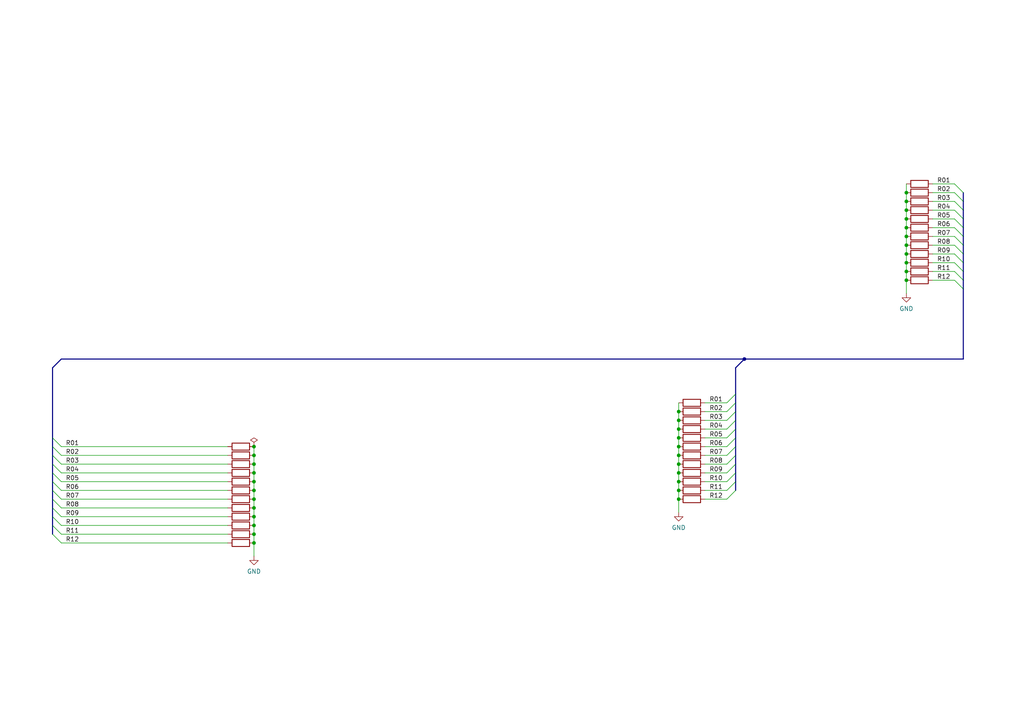
<source format=kicad_sch>
(kicad_sch (version 20211123) (generator eeschema)

  (uuid ed388e4b-1d21-40bd-98aa-1f03596c13b3)

  (paper "A4")

  (title_block
    (title "Solarabschaltung")
    (date "2022-05-01")
    (rev "Vers. B")
    (company "HFlor")
  )

  (lib_symbols
    (symbol "Device:R" (pin_numbers hide) (pin_names (offset 0)) (in_bom yes) (on_board yes)
      (property "Reference" "R" (id 0) (at 2.032 0 90)
        (effects (font (size 1.27 1.27)))
      )
      (property "Value" "R" (id 1) (at 0 0 90)
        (effects (font (size 1.27 1.27)))
      )
      (property "Footprint" "" (id 2) (at -1.778 0 90)
        (effects (font (size 1.27 1.27)) hide)
      )
      (property "Datasheet" "~" (id 3) (at 0 0 0)
        (effects (font (size 1.27 1.27)) hide)
      )
      (property "ki_keywords" "R res resistor" (id 4) (at 0 0 0)
        (effects (font (size 1.27 1.27)) hide)
      )
      (property "ki_description" "Resistor" (id 5) (at 0 0 0)
        (effects (font (size 1.27 1.27)) hide)
      )
      (property "ki_fp_filters" "R_*" (id 6) (at 0 0 0)
        (effects (font (size 1.27 1.27)) hide)
      )
      (symbol "R_0_1"
        (rectangle (start -1.016 -2.54) (end 1.016 2.54)
          (stroke (width 0.254) (type default) (color 0 0 0 0))
          (fill (type none))
        )
      )
      (symbol "R_1_1"
        (pin passive line (at 0 3.81 270) (length 1.27)
          (name "~" (effects (font (size 1.27 1.27))))
          (number "1" (effects (font (size 1.27 1.27))))
        )
        (pin passive line (at 0 -3.81 90) (length 1.27)
          (name "~" (effects (font (size 1.27 1.27))))
          (number "2" (effects (font (size 1.27 1.27))))
        )
      )
    )
    (symbol "power:GND" (power) (pin_names (offset 0)) (in_bom yes) (on_board yes)
      (property "Reference" "#PWR" (id 0) (at 0 -6.35 0)
        (effects (font (size 1.27 1.27)) hide)
      )
      (property "Value" "GND" (id 1) (at 0 -3.81 0)
        (effects (font (size 1.27 1.27)))
      )
      (property "Footprint" "" (id 2) (at 0 0 0)
        (effects (font (size 1.27 1.27)) hide)
      )
      (property "Datasheet" "" (id 3) (at 0 0 0)
        (effects (font (size 1.27 1.27)) hide)
      )
      (property "ki_keywords" "power-flag" (id 4) (at 0 0 0)
        (effects (font (size 1.27 1.27)) hide)
      )
      (property "ki_description" "Power symbol creates a global label with name \"GND\" , ground" (id 5) (at 0 0 0)
        (effects (font (size 1.27 1.27)) hide)
      )
      (symbol "GND_0_1"
        (polyline
          (pts
            (xy 0 0)
            (xy 0 -1.27)
            (xy 1.27 -1.27)
            (xy 0 -2.54)
            (xy -1.27 -1.27)
            (xy 0 -1.27)
          )
          (stroke (width 0) (type default) (color 0 0 0 0))
          (fill (type none))
        )
      )
      (symbol "GND_1_1"
        (pin power_in line (at 0 0 270) (length 0) hide
          (name "GND" (effects (font (size 1.27 1.27))))
          (number "1" (effects (font (size 1.27 1.27))))
        )
      )
    )
    (symbol "power:PWR_FLAG" (power) (pin_numbers hide) (pin_names (offset 0) hide) (in_bom yes) (on_board yes)
      (property "Reference" "#FLG" (id 0) (at 0 1.905 0)
        (effects (font (size 1.27 1.27)) hide)
      )
      (property "Value" "PWR_FLAG" (id 1) (at 0 3.81 0)
        (effects (font (size 1.27 1.27)))
      )
      (property "Footprint" "" (id 2) (at 0 0 0)
        (effects (font (size 1.27 1.27)) hide)
      )
      (property "Datasheet" "~" (id 3) (at 0 0 0)
        (effects (font (size 1.27 1.27)) hide)
      )
      (property "ki_keywords" "power-flag" (id 4) (at 0 0 0)
        (effects (font (size 1.27 1.27)) hide)
      )
      (property "ki_description" "Special symbol for telling ERC where power comes from" (id 5) (at 0 0 0)
        (effects (font (size 1.27 1.27)) hide)
      )
      (symbol "PWR_FLAG_0_0"
        (pin power_out line (at 0 0 90) (length 0)
          (name "pwr" (effects (font (size 1.27 1.27))))
          (number "1" (effects (font (size 1.27 1.27))))
        )
      )
      (symbol "PWR_FLAG_0_1"
        (polyline
          (pts
            (xy 0 0)
            (xy 0 1.27)
            (xy -1.016 1.905)
            (xy 0 2.54)
            (xy 1.016 1.905)
            (xy 0 1.27)
          )
          (stroke (width 0) (type default) (color 0 0 0 0))
          (fill (type none))
        )
      )
    )
  )


  (junction (at 73.66 149.86) (diameter 0) (color 0 0 0 0)
    (uuid 19293fa1-4443-4bda-8080-c99e9a7e9d67)
  )
  (junction (at 73.66 134.62) (diameter 0) (color 0 0 0 0)
    (uuid 21431475-0b33-436f-a65c-f11642ef7728)
  )
  (junction (at 196.85 144.78) (diameter 0) (color 0 0 0 0)
    (uuid 35f28f8a-3811-4004-beba-85579f3528ed)
  )
  (junction (at 196.85 132.08) (diameter 0) (color 0 0 0 0)
    (uuid 4379c9c2-67b1-4819-a9bc-51fef1ca9b6f)
  )
  (junction (at 73.66 142.24) (diameter 0) (color 0 0 0 0)
    (uuid 48a7b53a-0c87-4a15-841f-afdd278fbad7)
  )
  (junction (at 262.89 78.74) (diameter 0) (color 0 0 0 0)
    (uuid 4a9afd95-d9b9-47f1-ba35-4946f84c6ec6)
  )
  (junction (at 262.89 73.66) (diameter 0) (color 0 0 0 0)
    (uuid 4c13acb2-6ef3-4459-a69e-33d40b022178)
  )
  (junction (at 196.85 127) (diameter 0) (color 0 0 0 0)
    (uuid 5379f323-97ff-4b47-bc50-d75f292164e9)
  )
  (junction (at 73.66 152.4) (diameter 0) (color 0 0 0 0)
    (uuid 54e46e56-abe0-4082-ba5e-c874b0e96ee0)
  )
  (junction (at 262.89 60.96) (diameter 0) (color 0 0 0 0)
    (uuid 567ebd99-e100-422b-960f-ca7783475deb)
  )
  (junction (at 73.66 139.7) (diameter 0) (color 0 0 0 0)
    (uuid 597d743e-e553-4437-814f-df2a4caf4f0e)
  )
  (junction (at 73.66 157.48) (diameter 0) (color 0 0 0 0)
    (uuid 5afee176-e96a-4b89-b2d5-fd9b0e163fa6)
  )
  (junction (at 73.66 154.94) (diameter 0) (color 0 0 0 0)
    (uuid 6029ab36-d00e-43c3-9adf-3dff2970425b)
  )
  (junction (at 262.89 76.2) (diameter 0) (color 0 0 0 0)
    (uuid 63d007cc-7413-495d-9f1c-b0fbc59b86fa)
  )
  (junction (at 73.66 147.32) (diameter 0) (color 0 0 0 0)
    (uuid 6badc80d-d7ad-4eda-ab44-09f1d0c9948d)
  )
  (junction (at 262.89 63.5) (diameter 0) (color 0 0 0 0)
    (uuid 6ddbc07c-03cb-4ba5-b4f1-7f57510e7090)
  )
  (junction (at 196.85 124.46) (diameter 0) (color 0 0 0 0)
    (uuid 6ec9da26-0ede-4333-b6f9-1612e95c75ec)
  )
  (junction (at 262.89 71.12) (diameter 0) (color 0 0 0 0)
    (uuid 72a1bf87-c72f-4ed7-904e-9d7e2413af5a)
  )
  (junction (at 73.66 144.78) (diameter 0) (color 0 0 0 0)
    (uuid 7c43f441-131a-4f49-ace1-5dc36bb9b53d)
  )
  (junction (at 196.85 142.24) (diameter 0) (color 0 0 0 0)
    (uuid 9b8eb7e3-a54f-41fe-b1c7-08ca0ccc15c6)
  )
  (junction (at 262.89 68.58) (diameter 0) (color 0 0 0 0)
    (uuid aa2e43e3-3344-4a77-8156-4597e550f725)
  )
  (junction (at 196.85 119.38) (diameter 0) (color 0 0 0 0)
    (uuid abaf2090-74b3-43da-9bcd-cccd0a46e3dc)
  )
  (junction (at 196.85 121.92) (diameter 0) (color 0 0 0 0)
    (uuid ac02bff1-c9cc-4aa8-8906-838141d70748)
  )
  (junction (at 73.66 137.16) (diameter 0) (color 0 0 0 0)
    (uuid b2e7e4a3-f61b-4cf4-b2a1-ff4c08d959b0)
  )
  (junction (at 262.89 81.28) (diameter 0) (color 0 0 0 0)
    (uuid b4967e03-fb1e-4779-8140-9707d2d858d3)
  )
  (junction (at 262.89 58.42) (diameter 0) (color 0 0 0 0)
    (uuid bde1363d-d8ac-49d1-bc2c-9045da008327)
  )
  (junction (at 196.85 134.62) (diameter 0) (color 0 0 0 0)
    (uuid c219266a-cd67-4ae0-9391-70ec111cdb64)
  )
  (junction (at 262.89 55.88) (diameter 0) (color 0 0 0 0)
    (uuid c5a085bf-63ac-4ca0-9790-d13edfd0e309)
  )
  (junction (at 73.66 132.08) (diameter 0) (color 0 0 0 0)
    (uuid ca4dbdf1-75ad-4d79-ae0c-6ab24d31a763)
  )
  (junction (at 215.9 104.14) (diameter 0) (color 0 0 0 0)
    (uuid cab59279-3007-42ec-baaf-af12559d7a85)
  )
  (junction (at 262.89 66.04) (diameter 0) (color 0 0 0 0)
    (uuid d11334cc-be44-4779-befe-8dcb5f03d3df)
  )
  (junction (at 196.85 137.16) (diameter 0) (color 0 0 0 0)
    (uuid d628d4dc-ba56-4f73-a504-a7b19b863c35)
  )
  (junction (at 73.66 129.54) (diameter 0) (color 0 0 0 0)
    (uuid ed276f30-1079-472a-8d42-13fe0f98a774)
  )
  (junction (at 196.85 129.54) (diameter 0) (color 0 0 0 0)
    (uuid f2a8106f-070a-4e51-ac55-e1be7be2fd69)
  )
  (junction (at 196.85 139.7) (diameter 0) (color 0 0 0 0)
    (uuid fcf07be7-ad5b-4f85-9818-5b7710bdc7f3)
  )

  (bus_entry (at 276.86 68.58) (size 2.54 2.54)
    (stroke (width 0) (type default) (color 0 0 0 0))
    (uuid 097e128b-10e3-4cdd-9603-a4f5192ef8a9)
  )
  (bus_entry (at 210.82 129.54) (size 2.54 -2.54)
    (stroke (width 0) (type default) (color 0 0 0 0))
    (uuid 0b99c3d1-e3b4-4494-b810-fabc896c17f0)
  )
  (bus_entry (at 276.86 71.12) (size 2.54 2.54)
    (stroke (width 0) (type default) (color 0 0 0 0))
    (uuid 105bb698-946d-4072-acba-9730fd32e4a1)
  )
  (bus_entry (at 276.86 66.04) (size 2.54 2.54)
    (stroke (width 0) (type default) (color 0 0 0 0))
    (uuid 11c3b3f5-3bc3-4367-a2a5-62e370721828)
  )
  (bus_entry (at 210.82 124.46) (size 2.54 -2.54)
    (stroke (width 0) (type default) (color 0 0 0 0))
    (uuid 1e3ee259-8c8d-4647-99bd-3eee51cd5e41)
  )
  (bus_entry (at 276.86 76.2) (size 2.54 2.54)
    (stroke (width 0) (type default) (color 0 0 0 0))
    (uuid 2380cddb-309c-48f3-8a88-f918a47d17d5)
  )
  (bus_entry (at 276.86 73.66) (size 2.54 2.54)
    (stroke (width 0) (type default) (color 0 0 0 0))
    (uuid 287cb1f2-9126-4d16-a322-83e40523278a)
  )
  (bus_entry (at 17.78 147.32) (size -2.54 -2.54)
    (stroke (width 0) (type default) (color 0 0 0 0))
    (uuid 3116383a-52e1-4a19-a286-234b20eef5a7)
  )
  (bus_entry (at 17.78 129.54) (size -2.54 -2.54)
    (stroke (width 0) (type default) (color 0 0 0 0))
    (uuid 33d535d3-e30e-4a51-82d1-da367bf1cc9a)
  )
  (bus_entry (at 17.78 142.24) (size -2.54 -2.54)
    (stroke (width 0) (type default) (color 0 0 0 0))
    (uuid 36dd1562-2a8c-4581-9442-a18cf92ea916)
  )
  (bus_entry (at 276.86 81.28) (size 2.54 2.54)
    (stroke (width 0) (type default) (color 0 0 0 0))
    (uuid 37bb24ce-9cdc-428f-bb14-95768c4f1ddd)
  )
  (bus_entry (at 276.86 60.96) (size 2.54 2.54)
    (stroke (width 0) (type default) (color 0 0 0 0))
    (uuid 3d3a2f66-d4c6-49e6-8ed1-2f1daae71490)
  )
  (bus_entry (at 17.78 152.4) (size -2.54 -2.54)
    (stroke (width 0) (type default) (color 0 0 0 0))
    (uuid 3fa98725-e369-456f-b50f-cb506ce08ca4)
  )
  (bus_entry (at 210.82 116.84) (size 2.54 -2.54)
    (stroke (width 0) (type default) (color 0 0 0 0))
    (uuid 54c290f1-f466-4fa9-8708-0481c3200a0b)
  )
  (bus_entry (at 210.82 142.24) (size 2.54 -2.54)
    (stroke (width 0) (type default) (color 0 0 0 0))
    (uuid 57506c84-aa66-4cd1-8d2a-68dab80b71e6)
  )
  (bus_entry (at 210.82 127) (size 2.54 -2.54)
    (stroke (width 0) (type default) (color 0 0 0 0))
    (uuid 5c007d24-e901-4695-82d0-5c14113683a3)
  )
  (bus_entry (at 17.78 157.48) (size -2.54 -2.54)
    (stroke (width 0) (type default) (color 0 0 0 0))
    (uuid 65786246-7fb2-43e5-bd07-8dc06948cf3d)
  )
  (bus_entry (at 276.86 78.74) (size 2.54 2.54)
    (stroke (width 0) (type default) (color 0 0 0 0))
    (uuid 6ec891dd-7fbf-45be-a894-bf01222d4a7f)
  )
  (bus_entry (at 276.86 53.34) (size 2.54 2.54)
    (stroke (width 0) (type default) (color 0 0 0 0))
    (uuid 75cc7e9a-7291-4f48-a54d-10cdbb01892b)
  )
  (bus_entry (at 17.78 144.78) (size -2.54 -2.54)
    (stroke (width 0) (type default) (color 0 0 0 0))
    (uuid 79766b66-ebf3-4d3d-9e97-48fea89cdcc3)
  )
  (bus_entry (at 276.86 58.42) (size 2.54 2.54)
    (stroke (width 0) (type default) (color 0 0 0 0))
    (uuid 7dc5da94-3843-4a66-a03d-4a99a98b7b09)
  )
  (bus_entry (at 210.82 119.38) (size 2.54 -2.54)
    (stroke (width 0) (type default) (color 0 0 0 0))
    (uuid 8323e7d5-f6bf-4d02-936f-157f51c5c8dd)
  )
  (bus_entry (at 210.82 144.78) (size 2.54 -2.54)
    (stroke (width 0) (type default) (color 0 0 0 0))
    (uuid 83b81e5f-9c27-4731-bcb2-7f08d63d87ac)
  )
  (bus_entry (at 17.78 137.16) (size -2.54 -2.54)
    (stroke (width 0) (type default) (color 0 0 0 0))
    (uuid 88400856-89cb-4470-9759-67bfc83c620b)
  )
  (bus_entry (at 210.82 121.92) (size 2.54 -2.54)
    (stroke (width 0) (type default) (color 0 0 0 0))
    (uuid 8d02c036-63de-4d48-9d49-cbd7410c265a)
  )
  (bus_entry (at 17.78 139.7) (size -2.54 -2.54)
    (stroke (width 0) (type default) (color 0 0 0 0))
    (uuid 992010a4-ccad-438d-9c3b-4aab9a75e259)
  )
  (bus_entry (at 17.78 149.86) (size -2.54 -2.54)
    (stroke (width 0) (type default) (color 0 0 0 0))
    (uuid 9d827380-2892-4bf1-8009-d7e5d4fdf8d1)
  )
  (bus_entry (at 210.82 132.08) (size 2.54 -2.54)
    (stroke (width 0) (type default) (color 0 0 0 0))
    (uuid ad514cc8-df7a-42e9-a5d5-5edb2cecf0df)
  )
  (bus_entry (at 17.78 154.94) (size -2.54 -2.54)
    (stroke (width 0) (type default) (color 0 0 0 0))
    (uuid b19ef168-1e8f-4683-997d-3d62a37e6396)
  )
  (bus_entry (at 210.82 137.16) (size 2.54 -2.54)
    (stroke (width 0) (type default) (color 0 0 0 0))
    (uuid b36cc623-d6fb-41f2-9f55-bcda24bba7d9)
  )
  (bus_entry (at 17.78 132.08) (size -2.54 -2.54)
    (stroke (width 0) (type default) (color 0 0 0 0))
    (uuid bc155673-be75-404e-817b-d6dc1a3b28c2)
  )
  (bus_entry (at 276.86 55.88) (size 2.54 2.54)
    (stroke (width 0) (type default) (color 0 0 0 0))
    (uuid c956261f-fd25-498c-a1e7-28496e3ad9f7)
  )
  (bus_entry (at 210.82 139.7) (size 2.54 -2.54)
    (stroke (width 0) (type default) (color 0 0 0 0))
    (uuid cdbe1501-fa3e-4bb3-8fce-a0d84eb3698a)
  )
  (bus_entry (at 276.86 63.5) (size 2.54 2.54)
    (stroke (width 0) (type default) (color 0 0 0 0))
    (uuid d5a8f8b1-9f98-46d8-b5f3-08cb5fc86d97)
  )
  (bus_entry (at 210.82 134.62) (size 2.54 -2.54)
    (stroke (width 0) (type default) (color 0 0 0 0))
    (uuid f450af0e-bdf5-4930-8015-52a50da6fe6d)
  )
  (bus_entry (at 17.78 134.62) (size -2.54 -2.54)
    (stroke (width 0) (type default) (color 0 0 0 0))
    (uuid fed2adc9-e3c4-46b2-90d9-4cade0a88267)
  )

  (wire (pts (xy 270.51 53.34) (xy 276.86 53.34))
    (stroke (width 0) (type default) (color 0 0 0 0))
    (uuid 02e2a626-95c7-47e1-9726-23e249dde566)
  )
  (bus (pts (xy 213.36 134.62) (xy 213.36 137.16))
    (stroke (width 0) (type default) (color 0 0 0 0))
    (uuid 04f35e81-00ee-4d00-957e-de6421011252)
  )

  (wire (pts (xy 262.89 53.34) (xy 262.89 55.88))
    (stroke (width 0) (type default) (color 0 0 0 0))
    (uuid 06ce92f0-c0bf-4274-b1ca-4d4d31fdec3b)
  )
  (wire (pts (xy 204.47 134.62) (xy 210.82 134.62))
    (stroke (width 0) (type default) (color 0 0 0 0))
    (uuid 07fe9f72-95c2-430e-a29f-208c26f3c728)
  )
  (wire (pts (xy 270.51 55.88) (xy 276.86 55.88))
    (stroke (width 0) (type default) (color 0 0 0 0))
    (uuid 0a96c86a-0f7c-43e6-b185-3f42d0b77e26)
  )
  (wire (pts (xy 262.89 68.58) (xy 262.89 71.12))
    (stroke (width 0) (type default) (color 0 0 0 0))
    (uuid 0b5129db-7f3d-4db0-b28d-b6bf72011d69)
  )
  (bus (pts (xy 213.36 129.54) (xy 213.36 132.08))
    (stroke (width 0) (type default) (color 0 0 0 0))
    (uuid 0c1fcdb9-948e-4753-99bb-085d95dfc68a)
  )

  (wire (pts (xy 270.51 68.58) (xy 276.86 68.58))
    (stroke (width 0) (type default) (color 0 0 0 0))
    (uuid 0ce6515b-23ad-4bc5-b4cd-d5c73543dac7)
  )
  (wire (pts (xy 196.85 132.08) (xy 196.85 134.62))
    (stroke (width 0) (type default) (color 0 0 0 0))
    (uuid 0f6dbbc4-8c9b-495a-a184-02054e8f2950)
  )
  (bus (pts (xy 279.4 68.58) (xy 279.4 71.12))
    (stroke (width 0) (type default) (color 0 0 0 0))
    (uuid 1098be91-7cb9-4608-8e42-44cf0e6653ad)
  )
  (bus (pts (xy 15.24 106.68) (xy 15.24 127))
    (stroke (width 0) (type default) (color 0 0 0 0))
    (uuid 16061a43-64bd-48b9-baf0-a39adbf83ce7)
  )
  (bus (pts (xy 213.36 137.16) (xy 213.36 139.7))
    (stroke (width 0) (type default) (color 0 0 0 0))
    (uuid 1680c87d-3cf3-4106-90da-a6fe4d67621b)
  )

  (wire (pts (xy 204.47 116.84) (xy 210.82 116.84))
    (stroke (width 0) (type default) (color 0 0 0 0))
    (uuid 17103e8a-aba6-4f9c-85e2-7d4d201050da)
  )
  (bus (pts (xy 213.36 139.7) (xy 213.36 142.24))
    (stroke (width 0) (type default) (color 0 0 0 0))
    (uuid 176f82c4-0c10-4166-9913-61e803e94144)
  )

  (wire (pts (xy 196.85 139.7) (xy 196.85 142.24))
    (stroke (width 0) (type default) (color 0 0 0 0))
    (uuid 1a74b1f8-5da9-42eb-9c81-e50c848c6ca2)
  )
  (bus (pts (xy 279.4 81.28) (xy 279.4 83.82))
    (stroke (width 0) (type default) (color 0 0 0 0))
    (uuid 1baa67ca-a749-40f6-b806-8e39f0c08bd9)
  )
  (bus (pts (xy 279.4 71.12) (xy 279.4 73.66))
    (stroke (width 0) (type default) (color 0 0 0 0))
    (uuid 1bfe959e-98d8-4531-999f-dbe5a14fb21b)
  )
  (bus (pts (xy 279.4 58.42) (xy 279.4 60.96))
    (stroke (width 0) (type default) (color 0 0 0 0))
    (uuid 1c664290-32b2-48ca-b7fb-a72a05f0d778)
  )

  (wire (pts (xy 196.85 144.78) (xy 196.85 148.59))
    (stroke (width 0) (type default) (color 0 0 0 0))
    (uuid 20d65eb2-823b-4ac1-bd3a-1a0906d26d59)
  )
  (wire (pts (xy 204.47 127) (xy 210.82 127))
    (stroke (width 0) (type default) (color 0 0 0 0))
    (uuid 23640f07-a35c-4594-bad8-11ee5d23339f)
  )
  (wire (pts (xy 262.89 73.66) (xy 262.89 76.2))
    (stroke (width 0) (type default) (color 0 0 0 0))
    (uuid 241ec90c-fadb-4be0-bb60-0066c8e10982)
  )
  (wire (pts (xy 196.85 142.24) (xy 196.85 144.78))
    (stroke (width 0) (type default) (color 0 0 0 0))
    (uuid 2b64d895-1167-44cf-9dd9-f5832878b8d6)
  )
  (bus (pts (xy 279.4 78.74) (xy 279.4 81.28))
    (stroke (width 0) (type default) (color 0 0 0 0))
    (uuid 2f6d57d9-bbdd-4421-a7e5-c46c326cb679)
  )

  (wire (pts (xy 196.85 127) (xy 196.85 129.54))
    (stroke (width 0) (type default) (color 0 0 0 0))
    (uuid 32f01542-c827-4e40-b0ab-a8db7de729cb)
  )
  (wire (pts (xy 262.89 71.12) (xy 262.89 73.66))
    (stroke (width 0) (type default) (color 0 0 0 0))
    (uuid 3443e18a-3fa6-47ba-8b75-513a821a92e0)
  )
  (wire (pts (xy 17.78 129.54) (xy 66.04 129.54))
    (stroke (width 0) (type default) (color 0 0 0 0))
    (uuid 395912d8-0377-4c45-81cd-b04e1e8ca30a)
  )
  (wire (pts (xy 73.66 134.62) (xy 73.66 137.16))
    (stroke (width 0) (type default) (color 0 0 0 0))
    (uuid 398c573a-43f0-465c-9f49-85cc2e78fec6)
  )
  (bus (pts (xy 213.36 124.46) (xy 213.36 127))
    (stroke (width 0) (type default) (color 0 0 0 0))
    (uuid 39d1f0b9-6368-45a1-ab26-23b1e844a587)
  )
  (bus (pts (xy 15.24 152.4) (xy 15.24 154.94))
    (stroke (width 0) (type default) (color 0 0 0 0))
    (uuid 39d5733f-278f-4e62-b7a4-d12440215dc1)
  )

  (wire (pts (xy 270.51 58.42) (xy 276.86 58.42))
    (stroke (width 0) (type default) (color 0 0 0 0))
    (uuid 3e2599a5-fb52-4201-8712-8b57f666d02f)
  )
  (bus (pts (xy 15.24 144.78) (xy 15.24 147.32))
    (stroke (width 0) (type default) (color 0 0 0 0))
    (uuid 403b4380-e92c-411b-8227-2aff0a190cc0)
  )

  (wire (pts (xy 204.47 132.08) (xy 210.82 132.08))
    (stroke (width 0) (type default) (color 0 0 0 0))
    (uuid 413b9972-9483-4f93-aabc-8885e5f4f304)
  )
  (wire (pts (xy 204.47 129.54) (xy 210.82 129.54))
    (stroke (width 0) (type default) (color 0 0 0 0))
    (uuid 41af439a-6626-4a84-ae5c-0e1abfc03a0b)
  )
  (wire (pts (xy 270.51 81.28) (xy 276.86 81.28))
    (stroke (width 0) (type default) (color 0 0 0 0))
    (uuid 4374aa0c-5ed8-4851-96e1-afc48bf68717)
  )
  (wire (pts (xy 73.66 149.86) (xy 73.66 152.4))
    (stroke (width 0) (type default) (color 0 0 0 0))
    (uuid 4873edca-6dda-4d6a-9260-ae092717159d)
  )
  (wire (pts (xy 196.85 137.16) (xy 196.85 139.7))
    (stroke (width 0) (type default) (color 0 0 0 0))
    (uuid 4b2b1633-47da-40f2-832b-01a414493dc2)
  )
  (bus (pts (xy 15.24 129.54) (xy 15.24 132.08))
    (stroke (width 0) (type default) (color 0 0 0 0))
    (uuid 4cf3ddcc-4e91-4db4-b6de-1cb924b33dfa)
  )

  (wire (pts (xy 204.47 124.46) (xy 210.82 124.46))
    (stroke (width 0) (type default) (color 0 0 0 0))
    (uuid 52889b50-b7e1-4fd8-b3fd-dc732e1936c2)
  )
  (bus (pts (xy 279.4 55.88) (xy 279.4 58.42))
    (stroke (width 0) (type default) (color 0 0 0 0))
    (uuid 52efd42b-aaae-4df7-8975-ffa4e0fb82eb)
  )
  (bus (pts (xy 213.36 116.84) (xy 213.36 119.38))
    (stroke (width 0) (type default) (color 0 0 0 0))
    (uuid 53309a26-b5ec-4d31-91bf-8ea91ac0a623)
  )

  (wire (pts (xy 196.85 116.84) (xy 196.85 119.38))
    (stroke (width 0) (type default) (color 0 0 0 0))
    (uuid 53a8df05-008f-4452-a1d2-a7178aa09d20)
  )
  (wire (pts (xy 17.78 139.7) (xy 66.04 139.7))
    (stroke (width 0) (type default) (color 0 0 0 0))
    (uuid 549e58bd-cfd4-48fa-906c-dbbcbe052d09)
  )
  (wire (pts (xy 262.89 78.74) (xy 262.89 81.28))
    (stroke (width 0) (type default) (color 0 0 0 0))
    (uuid 55046ba8-b2b2-4b4c-9511-c95a3dd06a6b)
  )
  (bus (pts (xy 15.24 139.7) (xy 15.24 142.24))
    (stroke (width 0) (type default) (color 0 0 0 0))
    (uuid 575c780e-fb72-4893-b5a2-d79f918ad4a7)
  )
  (bus (pts (xy 213.36 121.92) (xy 213.36 124.46))
    (stroke (width 0) (type default) (color 0 0 0 0))
    (uuid 5afa4ae1-77b8-4879-9f3a-d3762ab0bb54)
  )
  (bus (pts (xy 213.36 127) (xy 213.36 129.54))
    (stroke (width 0) (type default) (color 0 0 0 0))
    (uuid 5e9f2a4f-a667-40ec-b189-5b5a93700c65)
  )

  (wire (pts (xy 73.66 144.78) (xy 73.66 147.32))
    (stroke (width 0) (type default) (color 0 0 0 0))
    (uuid 5f1babf9-a186-4989-b194-6abd380b38d8)
  )
  (bus (pts (xy 213.36 106.68) (xy 213.36 114.3))
    (stroke (width 0) (type default) (color 0 0 0 0))
    (uuid 601b3537-cc00-4e64-a517-95d3ecdcffaf)
  )

  (wire (pts (xy 270.51 63.5) (xy 276.86 63.5))
    (stroke (width 0) (type default) (color 0 0 0 0))
    (uuid 622ba1b5-de7a-4dcb-b5ce-a67863792c14)
  )
  (wire (pts (xy 204.47 144.78) (xy 210.82 144.78))
    (stroke (width 0) (type default) (color 0 0 0 0))
    (uuid 66b8fcbf-aa8e-437b-980c-5cdbc7271491)
  )
  (wire (pts (xy 196.85 129.54) (xy 196.85 132.08))
    (stroke (width 0) (type default) (color 0 0 0 0))
    (uuid 6e394682-3276-4ab2-ae0f-370e46e980bf)
  )
  (bus (pts (xy 213.36 114.3) (xy 213.36 116.84))
    (stroke (width 0) (type default) (color 0 0 0 0))
    (uuid 6e6753fc-1ccb-4e91-b497-57e899578cfd)
  )

  (wire (pts (xy 262.89 63.5) (xy 262.89 66.04))
    (stroke (width 0) (type default) (color 0 0 0 0))
    (uuid 72eefd55-0eb4-41a0-becb-9e8ea5ef7057)
  )
  (wire (pts (xy 204.47 121.92) (xy 210.82 121.92))
    (stroke (width 0) (type default) (color 0 0 0 0))
    (uuid 7e2febf9-578a-4bee-9970-d960bc4a3ae5)
  )
  (wire (pts (xy 270.51 66.04) (xy 276.86 66.04))
    (stroke (width 0) (type default) (color 0 0 0 0))
    (uuid 80175ca8-2f17-48a4-98b3-90bd38d6fef8)
  )
  (bus (pts (xy 15.24 137.16) (xy 15.24 139.7))
    (stroke (width 0) (type default) (color 0 0 0 0))
    (uuid 82666ece-c8fa-4f7b-a8df-0d3ec2e552aa)
  )

  (wire (pts (xy 73.66 147.32) (xy 73.66 149.86))
    (stroke (width 0) (type default) (color 0 0 0 0))
    (uuid 82a49f25-87dc-433a-9554-a23b40f14d4d)
  )
  (wire (pts (xy 73.66 154.94) (xy 73.66 157.48))
    (stroke (width 0) (type default) (color 0 0 0 0))
    (uuid 83fc1782-7421-4bd8-84e2-ad9a64a99099)
  )
  (wire (pts (xy 17.78 144.78) (xy 66.04 144.78))
    (stroke (width 0) (type default) (color 0 0 0 0))
    (uuid 859382eb-f219-42f2-b8b8-f29410be6fa3)
  )
  (wire (pts (xy 17.78 132.08) (xy 66.04 132.08))
    (stroke (width 0) (type default) (color 0 0 0 0))
    (uuid 85bd8902-cb58-4f0d-87c2-2fbe21fe2700)
  )
  (wire (pts (xy 196.85 119.38) (xy 196.85 121.92))
    (stroke (width 0) (type default) (color 0 0 0 0))
    (uuid 8725cde9-4fe3-47a5-972d-4e23223ae37c)
  )
  (wire (pts (xy 17.78 154.94) (xy 66.04 154.94))
    (stroke (width 0) (type default) (color 0 0 0 0))
    (uuid 875178c3-41c6-4b28-affb-c80e59e1fbef)
  )
  (bus (pts (xy 17.78 104.14) (xy 215.9 104.14))
    (stroke (width 0) (type default) (color 0 0 0 0))
    (uuid 87793699-a9b6-4246-9f39-1cea5589519b)
  )
  (bus (pts (xy 215.9 104.14) (xy 279.4 104.14))
    (stroke (width 0) (type default) (color 0 0 0 0))
    (uuid 90ec0a9d-a18b-4c2b-8d93-fed399d700c7)
  )
  (bus (pts (xy 213.36 119.38) (xy 213.36 121.92))
    (stroke (width 0) (type default) (color 0 0 0 0))
    (uuid 914a2af7-da73-4eb3-ae71-3b6bb4e35beb)
  )

  (wire (pts (xy 270.51 78.74) (xy 276.86 78.74))
    (stroke (width 0) (type default) (color 0 0 0 0))
    (uuid 97733b56-50a4-4738-9cf1-37012f99af4d)
  )
  (wire (pts (xy 204.47 142.24) (xy 210.82 142.24))
    (stroke (width 0) (type default) (color 0 0 0 0))
    (uuid 98330b62-6606-4277-ab09-66388a91fb4a)
  )
  (wire (pts (xy 17.78 134.62) (xy 66.04 134.62))
    (stroke (width 0) (type default) (color 0 0 0 0))
    (uuid 9a963145-e1ae-411e-bc57-cff615d01cc7)
  )
  (bus (pts (xy 15.24 134.62) (xy 15.24 137.16))
    (stroke (width 0) (type default) (color 0 0 0 0))
    (uuid 9f0ecc14-39be-40e7-a117-9f74f56d0e2b)
  )

  (wire (pts (xy 270.51 76.2) (xy 276.86 76.2))
    (stroke (width 0) (type default) (color 0 0 0 0))
    (uuid a1f487af-c42d-420e-a5d1-d758a657febe)
  )
  (bus (pts (xy 279.4 66.04) (xy 279.4 68.58))
    (stroke (width 0) (type default) (color 0 0 0 0))
    (uuid a4a2a89f-d1bf-4484-9f53-ebf1c12c876e)
  )

  (wire (pts (xy 17.78 142.24) (xy 66.04 142.24))
    (stroke (width 0) (type default) (color 0 0 0 0))
    (uuid a963efbe-942a-427a-a4d9-7e8d7eb702d4)
  )
  (wire (pts (xy 270.51 71.12) (xy 276.86 71.12))
    (stroke (width 0) (type default) (color 0 0 0 0))
    (uuid ab3427db-6850-43a6-9d7e-a96eb8dfdb45)
  )
  (wire (pts (xy 73.66 152.4) (xy 73.66 154.94))
    (stroke (width 0) (type default) (color 0 0 0 0))
    (uuid b237f70f-7d20-43d0-a93e-86c78d53a59c)
  )
  (wire (pts (xy 196.85 134.62) (xy 196.85 137.16))
    (stroke (width 0) (type default) (color 0 0 0 0))
    (uuid b356134c-a4ac-471b-acea-28a40bba880f)
  )
  (bus (pts (xy 215.9 104.14) (xy 213.36 106.68))
    (stroke (width 0) (type default) (color 0 0 0 0))
    (uuid b3f34724-c544-4566-9e38-1348afb2def9)
  )

  (wire (pts (xy 73.66 132.08) (xy 73.66 134.62))
    (stroke (width 0) (type default) (color 0 0 0 0))
    (uuid b42aacec-cf41-4359-8448-c9a8ba55baca)
  )
  (bus (pts (xy 279.4 73.66) (xy 279.4 76.2))
    (stroke (width 0) (type default) (color 0 0 0 0))
    (uuid b7780460-2fca-4337-9e1d-7e78ab90b1ce)
  )

  (wire (pts (xy 73.66 137.16) (xy 73.66 139.7))
    (stroke (width 0) (type default) (color 0 0 0 0))
    (uuid b916293e-7761-49bc-b664-d763d7a79520)
  )
  (bus (pts (xy 15.24 149.86) (xy 15.24 152.4))
    (stroke (width 0) (type default) (color 0 0 0 0))
    (uuid ba16c539-d5c9-4868-9024-65f6321b3821)
  )
  (bus (pts (xy 15.24 127) (xy 15.24 129.54))
    (stroke (width 0) (type default) (color 0 0 0 0))
    (uuid bcc0519e-b04f-4400-8b35-4376cabc03f9)
  )
  (bus (pts (xy 15.24 142.24) (xy 15.24 144.78))
    (stroke (width 0) (type default) (color 0 0 0 0))
    (uuid bd1e6a2a-d3ce-4089-9407-d9f5fe0e0488)
  )

  (wire (pts (xy 73.66 142.24) (xy 73.66 144.78))
    (stroke (width 0) (type default) (color 0 0 0 0))
    (uuid bd4ff8d1-a336-4ee1-b48d-adc924eb91c4)
  )
  (bus (pts (xy 279.4 76.2) (xy 279.4 78.74))
    (stroke (width 0) (type default) (color 0 0 0 0))
    (uuid bed483d7-ce81-48c2-84d5-4c1c7f824a62)
  )

  (wire (pts (xy 73.66 129.54) (xy 73.66 132.08))
    (stroke (width 0) (type default) (color 0 0 0 0))
    (uuid c49e1876-c79f-4160-8ddf-fb7628810581)
  )
  (bus (pts (xy 213.36 132.08) (xy 213.36 134.62))
    (stroke (width 0) (type default) (color 0 0 0 0))
    (uuid c8cc03c7-1180-45d0-9d75-ddf89ae818dd)
  )

  (wire (pts (xy 204.47 137.16) (xy 210.82 137.16))
    (stroke (width 0) (type default) (color 0 0 0 0))
    (uuid c93acc9d-1ce9-4da9-8588-c13152439129)
  )
  (bus (pts (xy 15.24 132.08) (xy 15.24 134.62))
    (stroke (width 0) (type default) (color 0 0 0 0))
    (uuid cabd0f61-4b9c-4725-8b6c-65e72af13ff1)
  )
  (bus (pts (xy 17.78 104.14) (xy 15.24 106.68))
    (stroke (width 0) (type default) (color 0 0 0 0))
    (uuid cb78352a-946c-4b5d-9092-95109b7675d1)
  )

  (wire (pts (xy 262.89 60.96) (xy 262.89 63.5))
    (stroke (width 0) (type default) (color 0 0 0 0))
    (uuid ccbe5a13-d245-4562-a312-55dfa5c5c2ef)
  )
  (wire (pts (xy 262.89 55.88) (xy 262.89 58.42))
    (stroke (width 0) (type default) (color 0 0 0 0))
    (uuid ce56ddb0-a95b-4f7a-88bd-d8fe439797d0)
  )
  (wire (pts (xy 262.89 81.28) (xy 262.89 85.09))
    (stroke (width 0) (type default) (color 0 0 0 0))
    (uuid d1ac7166-2e3d-4d25-9b56-55cbb7658b41)
  )
  (wire (pts (xy 17.78 149.86) (xy 66.04 149.86))
    (stroke (width 0) (type default) (color 0 0 0 0))
    (uuid d27cc86c-bd63-49b5-8aa2-cd3e1601f5bd)
  )
  (wire (pts (xy 270.51 73.66) (xy 276.86 73.66))
    (stroke (width 0) (type default) (color 0 0 0 0))
    (uuid d5c65ce1-5906-4fa3-8bd5-a4dd269375fb)
  )
  (wire (pts (xy 270.51 60.96) (xy 276.86 60.96))
    (stroke (width 0) (type default) (color 0 0 0 0))
    (uuid d5ebb61a-0037-4e22-8200-73c385239733)
  )
  (wire (pts (xy 196.85 121.92) (xy 196.85 124.46))
    (stroke (width 0) (type default) (color 0 0 0 0))
    (uuid d7ff6df4-0f33-41d7-b4b0-3fd9e6ef3ec3)
  )
  (wire (pts (xy 17.78 137.16) (xy 66.04 137.16))
    (stroke (width 0) (type default) (color 0 0 0 0))
    (uuid de2a73c7-3010-4bc8-839c-7a66f7fc2530)
  )
  (wire (pts (xy 204.47 139.7) (xy 210.82 139.7))
    (stroke (width 0) (type default) (color 0 0 0 0))
    (uuid df1b51bf-2ba7-4128-a414-c488f3f98354)
  )
  (bus (pts (xy 279.4 63.5) (xy 279.4 66.04))
    (stroke (width 0) (type default) (color 0 0 0 0))
    (uuid dfc0ab4c-950c-4df5-b7e9-b7ac89fc9c08)
  )
  (bus (pts (xy 279.4 83.82) (xy 279.4 104.14))
    (stroke (width 0) (type default) (color 0 0 0 0))
    (uuid e009257d-a9ec-494e-85d3-f32a4906f9bf)
  )

  (wire (pts (xy 17.78 157.48) (xy 66.04 157.48))
    (stroke (width 0) (type default) (color 0 0 0 0))
    (uuid e190ebda-0ea8-4b95-8af8-a115fc855430)
  )
  (wire (pts (xy 262.89 76.2) (xy 262.89 78.74))
    (stroke (width 0) (type default) (color 0 0 0 0))
    (uuid e589ca88-e091-483a-b136-14af50b3c525)
  )
  (wire (pts (xy 262.89 58.42) (xy 262.89 60.96))
    (stroke (width 0) (type default) (color 0 0 0 0))
    (uuid e6570cc2-e999-4147-842d-a33bbd60d5c5)
  )
  (wire (pts (xy 262.89 66.04) (xy 262.89 68.58))
    (stroke (width 0) (type default) (color 0 0 0 0))
    (uuid eaada538-12fa-4a98-9c5c-e436e6173bd1)
  )
  (wire (pts (xy 73.66 139.7) (xy 73.66 142.24))
    (stroke (width 0) (type default) (color 0 0 0 0))
    (uuid f147aec8-0d7a-43e4-a90d-ae09d27d0a19)
  )
  (wire (pts (xy 196.85 124.46) (xy 196.85 127))
    (stroke (width 0) (type default) (color 0 0 0 0))
    (uuid f298197d-324d-4297-9ef1-0afdc3828e2f)
  )
  (wire (pts (xy 204.47 119.38) (xy 210.82 119.38))
    (stroke (width 0) (type default) (color 0 0 0 0))
    (uuid f3654472-55ec-418c-a730-c94113a1faa5)
  )
  (wire (pts (xy 73.66 157.48) (xy 73.66 161.29))
    (stroke (width 0) (type default) (color 0 0 0 0))
    (uuid f78fc626-c079-4f11-9bde-be05341a4477)
  )
  (bus (pts (xy 15.24 147.32) (xy 15.24 149.86))
    (stroke (width 0) (type default) (color 0 0 0 0))
    (uuid f91f6ddf-e2cd-410f-8e6c-00042aa8d904)
  )

  (wire (pts (xy 17.78 152.4) (xy 66.04 152.4))
    (stroke (width 0) (type default) (color 0 0 0 0))
    (uuid fd481fe2-1175-4893-a96a-2fef8f53dc6f)
  )
  (wire (pts (xy 17.78 147.32) (xy 66.04 147.32))
    (stroke (width 0) (type default) (color 0 0 0 0))
    (uuid fd4da3b3-e6d8-4adf-9b4b-afcbd110a9aa)
  )
  (bus (pts (xy 279.4 60.96) (xy 279.4 63.5))
    (stroke (width 0) (type default) (color 0 0 0 0))
    (uuid ff8a0466-e6a0-40a2-8038-f5d70afa7d44)
  )

  (label "R11" (at 205.74 142.24 0)
    (effects (font (size 1.27 1.27)) (justify left bottom))
    (uuid 0639947e-84eb-4b99-b04c-eee17f9d5b6f)
  )
  (label "R10" (at 205.74 139.7 0)
    (effects (font (size 1.27 1.27)) (justify left bottom))
    (uuid 07105dc0-3450-4c57-9278-75fe46f5dc10)
  )
  (label "R09" (at 205.74 137.16 0)
    (effects (font (size 1.27 1.27)) (justify left bottom))
    (uuid 079c08f7-2134-45d9-9fe4-43574fe8caaf)
  )
  (label "R01" (at 19.05 129.54 0)
    (effects (font (size 1.27 1.27)) (justify left bottom))
    (uuid 0a99fd60-0131-4195-8057-7d6be2563361)
  )
  (label "R07" (at 271.78 68.58 0)
    (effects (font (size 1.27 1.27)) (justify left bottom))
    (uuid 1073469a-47c0-4241-bd2d-350e96ab03c2)
  )
  (label "R06" (at 271.78 66.04 0)
    (effects (font (size 1.27 1.27)) (justify left bottom))
    (uuid 1c672d86-5cc8-43f7-9288-699c731ef525)
  )
  (label "R01" (at 205.74 116.84 0)
    (effects (font (size 1.27 1.27)) (justify left bottom))
    (uuid 1c7d73aa-55ed-42c4-8df9-89282ba35090)
  )
  (label "R06" (at 205.74 129.54 0)
    (effects (font (size 1.27 1.27)) (justify left bottom))
    (uuid 245806ea-6ab1-4b90-bde3-df9d590c43d0)
  )
  (label "R08" (at 19.05 147.32 0)
    (effects (font (size 1.27 1.27)) (justify left bottom))
    (uuid 2d03b6eb-a0f7-44bf-823c-591ab02d929b)
  )
  (label "R12" (at 271.78 81.28 0)
    (effects (font (size 1.27 1.27)) (justify left bottom))
    (uuid 3df0f030-ca33-42cf-868d-1259d8c0fcd4)
  )
  (label "R05" (at 271.78 63.5 0)
    (effects (font (size 1.27 1.27)) (justify left bottom))
    (uuid 4f435f77-8af0-497c-9baf-90d3574346e6)
  )
  (label "R07" (at 19.05 144.78 0)
    (effects (font (size 1.27 1.27)) (justify left bottom))
    (uuid 53a1bc77-811f-4386-bc62-c97a028825c6)
  )
  (label "R01" (at 271.78 53.34 0)
    (effects (font (size 1.27 1.27)) (justify left bottom))
    (uuid 550aacde-df1f-477b-97cd-bf0bac7273b3)
  )
  (label "R12" (at 19.05 157.48 0)
    (effects (font (size 1.27 1.27)) (justify left bottom))
    (uuid 5bf8a0bf-4d35-4d89-9ddb-31dece6a0c2b)
  )
  (label "R03" (at 19.05 134.62 0)
    (effects (font (size 1.27 1.27)) (justify left bottom))
    (uuid 5d596664-4713-40e4-9f46-fba3b950ee2a)
  )
  (label "R02" (at 205.74 119.38 0)
    (effects (font (size 1.27 1.27)) (justify left bottom))
    (uuid 5da25852-79b8-4a57-ab1d-639eb2281812)
  )
  (label "R11" (at 19.05 154.94 0)
    (effects (font (size 1.27 1.27)) (justify left bottom))
    (uuid 604efd10-f70c-495c-80b6-378ea51803fe)
  )
  (label "R04" (at 205.74 124.46 0)
    (effects (font (size 1.27 1.27)) (justify left bottom))
    (uuid 61f4b0ea-8ec3-4ee7-a140-f3f0660b86b2)
  )
  (label "R11" (at 271.78 78.74 0)
    (effects (font (size 1.27 1.27)) (justify left bottom))
    (uuid 64303a12-93fc-423a-9845-c9fcebc3d461)
  )
  (label "R09" (at 271.78 73.66 0)
    (effects (font (size 1.27 1.27)) (justify left bottom))
    (uuid 6a514188-db9f-4dda-a49e-7f7df1fb3aba)
  )
  (label "R08" (at 205.74 134.62 0)
    (effects (font (size 1.27 1.27)) (justify left bottom))
    (uuid 701b604e-d99c-4293-bd69-9769a60ec7f6)
  )
  (label "R07" (at 205.74 132.08 0)
    (effects (font (size 1.27 1.27)) (justify left bottom))
    (uuid 72607c35-d48b-41d9-b94b-87d8fd73b9b6)
  )
  (label "R04" (at 271.78 60.96 0)
    (effects (font (size 1.27 1.27)) (justify left bottom))
    (uuid 76a0479d-b86e-495e-8a32-0f550368e9dc)
  )
  (label "R09" (at 19.05 149.86 0)
    (effects (font (size 1.27 1.27)) (justify left bottom))
    (uuid 78e9ed7f-15ab-4d86-8e1d-e081860ad1ac)
  )
  (label "R03" (at 271.78 58.42 0)
    (effects (font (size 1.27 1.27)) (justify left bottom))
    (uuid 8628658e-265f-4a2e-94b1-9366fbabe995)
  )
  (label "R03" (at 205.74 121.92 0)
    (effects (font (size 1.27 1.27)) (justify left bottom))
    (uuid 865c4208-a6ea-4b07-b852-c5fc9201e0c1)
  )
  (label "R02" (at 271.78 55.88 0)
    (effects (font (size 1.27 1.27)) (justify left bottom))
    (uuid 9608b16d-8b72-493b-83d6-8e5de80f7801)
  )
  (label "R12" (at 205.74 144.78 0)
    (effects (font (size 1.27 1.27)) (justify left bottom))
    (uuid b6746630-e344-4287-a5a7-b849cad486d0)
  )
  (label "R05" (at 205.74 127 0)
    (effects (font (size 1.27 1.27)) (justify left bottom))
    (uuid c23ec98c-3efe-474d-b9b4-eed5d88fdaf9)
  )
  (label "R02" (at 19.05 132.08 0)
    (effects (font (size 1.27 1.27)) (justify left bottom))
    (uuid c501a3ef-7b68-47df-8c3b-634e17b9c8ce)
  )
  (label "R04" (at 19.05 137.16 0)
    (effects (font (size 1.27 1.27)) (justify left bottom))
    (uuid d364fe42-c96f-4b63-9a3c-5dbcba605ab7)
  )
  (label "R05" (at 19.05 139.7 0)
    (effects (font (size 1.27 1.27)) (justify left bottom))
    (uuid d3ef0356-3121-4e47-86ca-2ee6af0a16a7)
  )
  (label "R08" (at 271.78 71.12 0)
    (effects (font (size 1.27 1.27)) (justify left bottom))
    (uuid db823985-a6e4-4fbf-916a-eedf9a05f6a2)
  )
  (label "R10" (at 271.78 76.2 0)
    (effects (font (size 1.27 1.27)) (justify left bottom))
    (uuid e8f8195a-3966-4c2f-a836-0018581a2769)
  )
  (label "R10" (at 19.05 152.4 0)
    (effects (font (size 1.27 1.27)) (justify left bottom))
    (uuid f65dce25-6fa5-49aa-b80f-fad26c653cd0)
  )
  (label "R06" (at 19.05 142.24 0)
    (effects (font (size 1.27 1.27)) (justify left bottom))
    (uuid fe1c2a37-692b-419e-b63b-84d0df06596b)
  )

  (symbol (lib_id "Device:R") (at 200.66 139.7 90) (unit 1)
    (in_bom yes) (on_board yes) (fields_autoplaced)
    (uuid 008019cf-f4b8-4bda-a34b-a1e2d87e4e4a)
    (property "Reference" "R27" (id 0) (at 200.66 134.9842 90)
      (effects (font (size 1.27 1.27)) hide)
    )
    (property "Value" "R" (id 1) (at 200.66 137.5211 90)
      (effects (font (size 1.27 1.27)) hide)
    )
    (property "Footprint" "" (id 2) (at 200.66 141.478 90)
      (effects (font (size 1.27 1.27)) hide)
    )
    (property "Datasheet" "~" (id 3) (at 200.66 139.7 0)
      (effects (font (size 1.27 1.27)) hide)
    )
    (pin "1" (uuid 9f6e14d5-6a12-4354-9e60-aa232f2b03cf))
    (pin "2" (uuid e86df091-e194-4e1f-bcde-a9c248ee032c))
  )

  (symbol (lib_id "Device:R") (at 69.85 134.62 270) (mirror x) (unit 1)
    (in_bom yes) (on_board yes) (fields_autoplaced)
    (uuid 02d3e2df-6b28-44a8-a386-327d32b267ea)
    (property "Reference" "R22" (id 0) (at 69.85 129.9042 90)
      (effects (font (size 1.27 1.27)) hide)
    )
    (property "Value" "R" (id 1) (at 69.85 132.4411 90)
      (effects (font (size 1.27 1.27)) hide)
    )
    (property "Footprint" "" (id 2) (at 69.85 136.398 90)
      (effects (font (size 1.27 1.27)) hide)
    )
    (property "Datasheet" "~" (id 3) (at 69.85 134.62 0)
      (effects (font (size 1.27 1.27)) hide)
    )
    (pin "1" (uuid cd953550-2417-4e35-b130-1aa299d8e2fb))
    (pin "2" (uuid a8985ab8-7b9c-44d7-9962-3185fe79c2e2))
  )

  (symbol (lib_id "Device:R") (at 266.7 71.12 90) (unit 1)
    (in_bom yes) (on_board yes) (fields_autoplaced)
    (uuid 0cadf9f8-bfcf-4a91-8487-b043b0f94f3f)
    (property "Reference" "R8" (id 0) (at 266.7 66.4042 90)
      (effects (font (size 1.27 1.27)) hide)
    )
    (property "Value" "R" (id 1) (at 266.7 68.9411 90)
      (effects (font (size 1.27 1.27)) hide)
    )
    (property "Footprint" "" (id 2) (at 266.7 72.898 90)
      (effects (font (size 1.27 1.27)) hide)
    )
    (property "Datasheet" "~" (id 3) (at 266.7 71.12 0)
      (effects (font (size 1.27 1.27)) hide)
    )
    (pin "1" (uuid 940114c6-d9b7-4016-8d4f-c9ae47cc6725))
    (pin "2" (uuid cb69c321-0a48-4587-9ab6-5a9718f275db))
  )

  (symbol (lib_id "Device:R") (at 200.66 116.84 90) (unit 1)
    (in_bom yes) (on_board yes) (fields_autoplaced)
    (uuid 0f9d4630-9784-4248-bc44-4f7d7f7e79b3)
    (property "Reference" "R13" (id 0) (at 200.66 112.1242 90)
      (effects (font (size 1.27 1.27)) hide)
    )
    (property "Value" "R" (id 1) (at 200.66 114.6611 90)
      (effects (font (size 1.27 1.27)) hide)
    )
    (property "Footprint" "" (id 2) (at 200.66 118.618 90)
      (effects (font (size 1.27 1.27)) hide)
    )
    (property "Datasheet" "~" (id 3) (at 200.66 116.84 0)
      (effects (font (size 1.27 1.27)) hide)
    )
    (pin "1" (uuid aa7886fc-a40f-4689-a0e7-7a0cf3a4a753))
    (pin "2" (uuid 28927268-a9c9-4959-9460-47061e98c96e))
  )

  (symbol (lib_id "Device:R") (at 266.7 81.28 90) (unit 1)
    (in_bom yes) (on_board yes) (fields_autoplaced)
    (uuid 1eeb3c56-55de-414d-a0ed-bfbbca325758)
    (property "Reference" "R12" (id 0) (at 266.7 76.5642 90)
      (effects (font (size 1.27 1.27)) hide)
    )
    (property "Value" "R" (id 1) (at 266.7 79.1011 90)
      (effects (font (size 1.27 1.27)) hide)
    )
    (property "Footprint" "" (id 2) (at 266.7 83.058 90)
      (effects (font (size 1.27 1.27)) hide)
    )
    (property "Datasheet" "~" (id 3) (at 266.7 81.28 0)
      (effects (font (size 1.27 1.27)) hide)
    )
    (pin "1" (uuid 3ff12c88-8737-4856-a39f-a58ef7fdbc26))
    (pin "2" (uuid 9aba02aa-51e0-453c-9700-76e4926ae35e))
  )

  (symbol (lib_id "Device:R") (at 69.85 129.54 270) (mirror x) (unit 1)
    (in_bom yes) (on_board yes) (fields_autoplaced)
    (uuid 2711f7a9-24e9-4793-b1a0-762fd5ca3a49)
    (property "Reference" "R18" (id 0) (at 69.85 124.8242 90)
      (effects (font (size 1.27 1.27)) hide)
    )
    (property "Value" "R" (id 1) (at 69.85 127.3611 90)
      (effects (font (size 1.27 1.27)) hide)
    )
    (property "Footprint" "" (id 2) (at 69.85 131.318 90)
      (effects (font (size 1.27 1.27)) hide)
    )
    (property "Datasheet" "~" (id 3) (at 69.85 129.54 0)
      (effects (font (size 1.27 1.27)) hide)
    )
    (pin "1" (uuid 86ac48d2-0374-4b41-a2da-f6270694131f))
    (pin "2" (uuid a482a3e9-755e-435c-9350-ef8115148f13))
  )

  (symbol (lib_id "Device:R") (at 200.66 144.78 90) (unit 1)
    (in_bom yes) (on_board yes) (fields_autoplaced)
    (uuid 2f088285-8180-4009-8d58-c1222483ebab)
    (property "Reference" "R31" (id 0) (at 200.66 140.0642 90)
      (effects (font (size 1.27 1.27)) hide)
    )
    (property "Value" "R" (id 1) (at 200.66 142.6011 90)
      (effects (font (size 1.27 1.27)) hide)
    )
    (property "Footprint" "" (id 2) (at 200.66 146.558 90)
      (effects (font (size 1.27 1.27)) hide)
    )
    (property "Datasheet" "~" (id 3) (at 200.66 144.78 0)
      (effects (font (size 1.27 1.27)) hide)
    )
    (pin "1" (uuid cc191cbd-0455-45d2-8244-0fb877df9322))
    (pin "2" (uuid 31983b2c-ab40-4795-b5b6-5655f0304fc2))
  )

  (symbol (lib_id "Device:R") (at 69.85 137.16 270) (mirror x) (unit 1)
    (in_bom yes) (on_board yes) (fields_autoplaced)
    (uuid 2fdbf512-bf1c-4e33-bcd4-ccf25272ac38)
    (property "Reference" "R24" (id 0) (at 69.85 132.4442 90)
      (effects (font (size 1.27 1.27)) hide)
    )
    (property "Value" "R" (id 1) (at 69.85 134.9811 90)
      (effects (font (size 1.27 1.27)) hide)
    )
    (property "Footprint" "" (id 2) (at 69.85 138.938 90)
      (effects (font (size 1.27 1.27)) hide)
    )
    (property "Datasheet" "~" (id 3) (at 69.85 137.16 0)
      (effects (font (size 1.27 1.27)) hide)
    )
    (pin "1" (uuid e0d0bf8f-d3ed-4612-9c4c-6d537c0e8317))
    (pin "2" (uuid 2a6e96c3-fb5c-4b18-aab3-0adacc5c37a2))
  )

  (symbol (lib_id "Device:R") (at 266.7 55.88 90) (unit 1)
    (in_bom yes) (on_board yes) (fields_autoplaced)
    (uuid 33c68602-3fa8-4bcc-89a5-c306bab089a8)
    (property "Reference" "R2" (id 0) (at 266.7 51.1642 90)
      (effects (font (size 1.27 1.27)) hide)
    )
    (property "Value" "R" (id 1) (at 266.7 53.7011 90)
      (effects (font (size 1.27 1.27)) hide)
    )
    (property "Footprint" "" (id 2) (at 266.7 57.658 90)
      (effects (font (size 1.27 1.27)) hide)
    )
    (property "Datasheet" "~" (id 3) (at 266.7 55.88 0)
      (effects (font (size 1.27 1.27)) hide)
    )
    (pin "1" (uuid 4a9387ea-8940-42bd-9b21-6ee3396b2059))
    (pin "2" (uuid 06741cd9-f1af-47f5-8655-950e335920b8))
  )

  (symbol (lib_id "Device:R") (at 200.66 129.54 90) (unit 1)
    (in_bom yes) (on_board yes) (fields_autoplaced)
    (uuid 377de52e-fc51-42ca-b2fa-1bbdf4e2805b)
    (property "Reference" "R19" (id 0) (at 200.66 124.8242 90)
      (effects (font (size 1.27 1.27)) hide)
    )
    (property "Value" "R" (id 1) (at 200.66 127.3611 90)
      (effects (font (size 1.27 1.27)) hide)
    )
    (property "Footprint" "" (id 2) (at 200.66 131.318 90)
      (effects (font (size 1.27 1.27)) hide)
    )
    (property "Datasheet" "~" (id 3) (at 200.66 129.54 0)
      (effects (font (size 1.27 1.27)) hide)
    )
    (pin "1" (uuid 7641155d-326c-424b-bd95-e7c0c8d3061a))
    (pin "2" (uuid 802be34e-7b39-465d-938b-e5bf9c504fe8))
  )

  (symbol (lib_id "power:GND") (at 73.66 161.29 0) (mirror y) (unit 1)
    (in_bom yes) (on_board yes) (fields_autoplaced)
    (uuid 3a72effa-0e56-4021-95d2-1ff5b7bc3734)
    (property "Reference" "#PWR0103" (id 0) (at 73.66 167.64 0)
      (effects (font (size 1.27 1.27)) hide)
    )
    (property "Value" "GND" (id 1) (at 73.66 165.7334 0))
    (property "Footprint" "" (id 2) (at 73.66 161.29 0)
      (effects (font (size 1.27 1.27)) hide)
    )
    (property "Datasheet" "" (id 3) (at 73.66 161.29 0)
      (effects (font (size 1.27 1.27)) hide)
    )
    (pin "1" (uuid d45ef110-cfea-433a-bebd-c2eab1e8f4ed))
  )

  (symbol (lib_id "Device:R") (at 200.66 119.38 90) (unit 1)
    (in_bom yes) (on_board yes) (fields_autoplaced)
    (uuid 3a9fb41a-271d-4a17-b326-a1505fb80ac0)
    (property "Reference" "R14" (id 0) (at 200.66 114.6642 90)
      (effects (font (size 1.27 1.27)) hide)
    )
    (property "Value" "R" (id 1) (at 200.66 117.2011 90)
      (effects (font (size 1.27 1.27)) hide)
    )
    (property "Footprint" "" (id 2) (at 200.66 121.158 90)
      (effects (font (size 1.27 1.27)) hide)
    )
    (property "Datasheet" "~" (id 3) (at 200.66 119.38 0)
      (effects (font (size 1.27 1.27)) hide)
    )
    (pin "1" (uuid d4116ff2-48e8-443b-897b-5395b3970455))
    (pin "2" (uuid 77aacfcd-a4d7-4a83-b6e4-f430a418c632))
  )

  (symbol (lib_id "Device:R") (at 200.66 124.46 90) (unit 1)
    (in_bom yes) (on_board yes) (fields_autoplaced)
    (uuid 49ec6e16-fd10-4189-97d8-49d7b3bf33bd)
    (property "Reference" "R16" (id 0) (at 200.66 119.7442 90)
      (effects (font (size 1.27 1.27)) hide)
    )
    (property "Value" "R" (id 1) (at 200.66 122.2811 90)
      (effects (font (size 1.27 1.27)) hide)
    )
    (property "Footprint" "" (id 2) (at 200.66 126.238 90)
      (effects (font (size 1.27 1.27)) hide)
    )
    (property "Datasheet" "~" (id 3) (at 200.66 124.46 0)
      (effects (font (size 1.27 1.27)) hide)
    )
    (pin "1" (uuid 42d7d9fc-d4a4-44c3-b785-96d636b4e05f))
    (pin "2" (uuid ddc35565-b15e-493c-8843-4246402be193))
  )

  (symbol (lib_id "Device:R") (at 266.7 73.66 90) (unit 1)
    (in_bom yes) (on_board yes) (fields_autoplaced)
    (uuid 537ff514-9f79-42d1-8f4b-6829783f3ead)
    (property "Reference" "R9" (id 0) (at 266.7 68.9442 90)
      (effects (font (size 1.27 1.27)) hide)
    )
    (property "Value" "R" (id 1) (at 266.7 71.4811 90)
      (effects (font (size 1.27 1.27)) hide)
    )
    (property "Footprint" "" (id 2) (at 266.7 75.438 90)
      (effects (font (size 1.27 1.27)) hide)
    )
    (property "Datasheet" "~" (id 3) (at 266.7 73.66 0)
      (effects (font (size 1.27 1.27)) hide)
    )
    (pin "1" (uuid bcbc106b-538c-4174-9df2-2ef1acdbf5cc))
    (pin "2" (uuid a14bc972-13b5-4614-a60a-c0374d1d0e7d))
  )

  (symbol (lib_id "Device:R") (at 200.66 142.24 90) (unit 1)
    (in_bom yes) (on_board yes) (fields_autoplaced)
    (uuid 53cf6c70-fa4e-4455-a637-f768c6dd23e7)
    (property "Reference" "R29" (id 0) (at 200.66 137.5242 90)
      (effects (font (size 1.27 1.27)) hide)
    )
    (property "Value" "R" (id 1) (at 200.66 140.0611 90)
      (effects (font (size 1.27 1.27)) hide)
    )
    (property "Footprint" "" (id 2) (at 200.66 144.018 90)
      (effects (font (size 1.27 1.27)) hide)
    )
    (property "Datasheet" "~" (id 3) (at 200.66 142.24 0)
      (effects (font (size 1.27 1.27)) hide)
    )
    (pin "1" (uuid 2c6bd48f-6c8b-431b-8843-fc1162a3bfd5))
    (pin "2" (uuid 16aecfd5-16d1-4c82-b4e9-28407a314778))
  )

  (symbol (lib_id "Device:R") (at 266.7 76.2 90) (unit 1)
    (in_bom yes) (on_board yes) (fields_autoplaced)
    (uuid 562dc36f-04bf-4831-a7aa-bddad5b85d65)
    (property "Reference" "R10" (id 0) (at 266.7 71.4842 90)
      (effects (font (size 1.27 1.27)) hide)
    )
    (property "Value" "R" (id 1) (at 266.7 74.0211 90)
      (effects (font (size 1.27 1.27)) hide)
    )
    (property "Footprint" "" (id 2) (at 266.7 77.978 90)
      (effects (font (size 1.27 1.27)) hide)
    )
    (property "Datasheet" "~" (id 3) (at 266.7 76.2 0)
      (effects (font (size 1.27 1.27)) hide)
    )
    (pin "1" (uuid 78bd10c7-31ac-49d2-823a-cc81fee1009a))
    (pin "2" (uuid aebcb6cb-8464-474a-b3ab-34b2d1c474a0))
  )

  (symbol (lib_id "Device:R") (at 200.66 127 90) (unit 1)
    (in_bom yes) (on_board yes) (fields_autoplaced)
    (uuid 5a35be80-048b-47cd-b847-0741f96ef1f4)
    (property "Reference" "R17" (id 0) (at 200.66 122.2842 90)
      (effects (font (size 1.27 1.27)) hide)
    )
    (property "Value" "R" (id 1) (at 200.66 124.8211 90)
      (effects (font (size 1.27 1.27)) hide)
    )
    (property "Footprint" "" (id 2) (at 200.66 128.778 90)
      (effects (font (size 1.27 1.27)) hide)
    )
    (property "Datasheet" "~" (id 3) (at 200.66 127 0)
      (effects (font (size 1.27 1.27)) hide)
    )
    (pin "1" (uuid 57eaad8c-ecd1-4bf4-81dd-a59a0e46b36f))
    (pin "2" (uuid 92c3dbd6-3a1a-4ab0-aa63-adc93de528be))
  )

  (symbol (lib_id "power:PWR_FLAG") (at 73.66 129.54 0) (unit 1)
    (in_bom yes) (on_board yes) (fields_autoplaced)
    (uuid 5f4e8f04-1e86-48b6-a376-a3e3db829b72)
    (property "Reference" "#FLG0101" (id 0) (at 73.66 127.635 0)
      (effects (font (size 1.27 1.27)) hide)
    )
    (property "Value" "PWR_FLAG" (id 1) (at 73.66 125.9642 0)
      (effects (font (size 1.27 1.27)) hide)
    )
    (property "Footprint" "" (id 2) (at 73.66 129.54 0)
      (effects (font (size 1.27 1.27)) hide)
    )
    (property "Datasheet" "~" (id 3) (at 73.66 129.54 0)
      (effects (font (size 1.27 1.27)) hide)
    )
    (pin "1" (uuid 675e8bc0-aeeb-4ea6-9a33-0949d4fab3ff))
  )

  (symbol (lib_id "Device:R") (at 69.85 157.48 270) (mirror x) (unit 1)
    (in_bom yes) (on_board yes) (fields_autoplaced)
    (uuid 6e99302b-b481-4752-bd38-9a297e83340b)
    (property "Reference" "R36" (id 0) (at 69.85 152.7642 90)
      (effects (font (size 1.27 1.27)) hide)
    )
    (property "Value" "R" (id 1) (at 69.85 155.3011 90)
      (effects (font (size 1.27 1.27)) hide)
    )
    (property "Footprint" "" (id 2) (at 69.85 159.258 90)
      (effects (font (size 1.27 1.27)) hide)
    )
    (property "Datasheet" "~" (id 3) (at 69.85 157.48 0)
      (effects (font (size 1.27 1.27)) hide)
    )
    (pin "1" (uuid a7a4df4f-cc13-4d61-a4c0-8d3c52a86407))
    (pin "2" (uuid 71370d12-7579-4ce7-8fde-1616b54385d0))
  )

  (symbol (lib_id "Device:R") (at 200.66 132.08 90) (unit 1)
    (in_bom yes) (on_board yes) (fields_autoplaced)
    (uuid 87225652-2098-40c2-ac2d-c501ea96bf30)
    (property "Reference" "R21" (id 0) (at 200.66 127.3642 90)
      (effects (font (size 1.27 1.27)) hide)
    )
    (property "Value" "R" (id 1) (at 200.66 129.9011 90)
      (effects (font (size 1.27 1.27)) hide)
    )
    (property "Footprint" "" (id 2) (at 200.66 133.858 90)
      (effects (font (size 1.27 1.27)) hide)
    )
    (property "Datasheet" "~" (id 3) (at 200.66 132.08 0)
      (effects (font (size 1.27 1.27)) hide)
    )
    (pin "1" (uuid e7f7830f-ee79-4065-85fb-e5a5e41f91bf))
    (pin "2" (uuid d9c93bef-4b43-486b-8ef5-6f0c15f2e5c6))
  )

  (symbol (lib_id "Device:R") (at 266.7 60.96 90) (unit 1)
    (in_bom yes) (on_board yes) (fields_autoplaced)
    (uuid 8a6e1c14-5833-4e84-a2e8-59ace9a11905)
    (property "Reference" "R4" (id 0) (at 266.7 56.2442 90)
      (effects (font (size 1.27 1.27)) hide)
    )
    (property "Value" "R" (id 1) (at 266.7 58.7811 90)
      (effects (font (size 1.27 1.27)) hide)
    )
    (property "Footprint" "" (id 2) (at 266.7 62.738 90)
      (effects (font (size 1.27 1.27)) hide)
    )
    (property "Datasheet" "~" (id 3) (at 266.7 60.96 0)
      (effects (font (size 1.27 1.27)) hide)
    )
    (pin "1" (uuid 29411a56-1b57-4a10-9ab3-30eaf41b71d2))
    (pin "2" (uuid 5f78d001-d22a-4cf1-9c6a-1e3d1fd03260))
  )

  (symbol (lib_id "Device:R") (at 69.85 152.4 270) (mirror x) (unit 1)
    (in_bom yes) (on_board yes) (fields_autoplaced)
    (uuid 95b8005e-27e5-4443-a7b4-b36617d5a9aa)
    (property "Reference" "R34" (id 0) (at 69.85 147.6842 90)
      (effects (font (size 1.27 1.27)) hide)
    )
    (property "Value" "R" (id 1) (at 69.85 150.2211 90)
      (effects (font (size 1.27 1.27)) hide)
    )
    (property "Footprint" "" (id 2) (at 69.85 154.178 90)
      (effects (font (size 1.27 1.27)) hide)
    )
    (property "Datasheet" "~" (id 3) (at 69.85 152.4 0)
      (effects (font (size 1.27 1.27)) hide)
    )
    (pin "1" (uuid 82b68bdf-301f-4aca-99d0-8608ea8a6e6c))
    (pin "2" (uuid c54ba4e8-a0af-4145-9fb9-0e5ac7a978f9))
  )

  (symbol (lib_id "Device:R") (at 69.85 147.32 270) (mirror x) (unit 1)
    (in_bom yes) (on_board yes) (fields_autoplaced)
    (uuid 9d91f367-f986-463d-b6d1-37d5f27cb3a3)
    (property "Reference" "R32" (id 0) (at 69.85 142.6042 90)
      (effects (font (size 1.27 1.27)) hide)
    )
    (property "Value" "R" (id 1) (at 69.85 145.1411 90)
      (effects (font (size 1.27 1.27)) hide)
    )
    (property "Footprint" "" (id 2) (at 69.85 149.098 90)
      (effects (font (size 1.27 1.27)) hide)
    )
    (property "Datasheet" "~" (id 3) (at 69.85 147.32 0)
      (effects (font (size 1.27 1.27)) hide)
    )
    (pin "1" (uuid 2a4f5f79-559a-4712-b3c0-0670119df230))
    (pin "2" (uuid 457dd2e4-5441-45b4-a915-091ff1110788))
  )

  (symbol (lib_id "Device:R") (at 200.66 137.16 90) (unit 1)
    (in_bom yes) (on_board yes) (fields_autoplaced)
    (uuid 9f4e93c0-a0e9-40ce-8126-4c3fedc4c0db)
    (property "Reference" "R25" (id 0) (at 200.66 132.4442 90)
      (effects (font (size 1.27 1.27)) hide)
    )
    (property "Value" "R" (id 1) (at 200.66 134.9811 90)
      (effects (font (size 1.27 1.27)) hide)
    )
    (property "Footprint" "" (id 2) (at 200.66 138.938 90)
      (effects (font (size 1.27 1.27)) hide)
    )
    (property "Datasheet" "~" (id 3) (at 200.66 137.16 0)
      (effects (font (size 1.27 1.27)) hide)
    )
    (pin "1" (uuid d9cab4e2-b9bc-4001-ab55-474ad82514d6))
    (pin "2" (uuid 10444c51-b672-4be9-aafa-1881d5b5435f))
  )

  (symbol (lib_id "Device:R") (at 69.85 142.24 270) (mirror x) (unit 1)
    (in_bom yes) (on_board yes) (fields_autoplaced)
    (uuid a079635a-446d-49c2-986d-d4801d1b7aab)
    (property "Reference" "R28" (id 0) (at 69.85 137.5242 90)
      (effects (font (size 1.27 1.27)) hide)
    )
    (property "Value" "R" (id 1) (at 69.85 140.0611 90)
      (effects (font (size 1.27 1.27)) hide)
    )
    (property "Footprint" "" (id 2) (at 69.85 144.018 90)
      (effects (font (size 1.27 1.27)) hide)
    )
    (property "Datasheet" "~" (id 3) (at 69.85 142.24 0)
      (effects (font (size 1.27 1.27)) hide)
    )
    (pin "1" (uuid fb561942-4f75-4317-b2b1-8c1a1010c651))
    (pin "2" (uuid 5da40b1d-45f6-48e4-b259-6e5a813847a3))
  )

  (symbol (lib_id "Device:R") (at 69.85 132.08 270) (mirror x) (unit 1)
    (in_bom yes) (on_board yes) (fields_autoplaced)
    (uuid a4afb021-2f35-4ed8-aed9-a5a055479603)
    (property "Reference" "R20" (id 0) (at 69.85 127.3642 90)
      (effects (font (size 1.27 1.27)) hide)
    )
    (property "Value" "R" (id 1) (at 69.85 129.9011 90)
      (effects (font (size 1.27 1.27)) hide)
    )
    (property "Footprint" "" (id 2) (at 69.85 133.858 90)
      (effects (font (size 1.27 1.27)) hide)
    )
    (property "Datasheet" "~" (id 3) (at 69.85 132.08 0)
      (effects (font (size 1.27 1.27)) hide)
    )
    (pin "1" (uuid e7922db6-018a-416a-82c4-5a11fe7d8e98))
    (pin "2" (uuid 3be4c5c9-ce5b-44e7-898a-302a78e00ca2))
  )

  (symbol (lib_id "Device:R") (at 266.7 63.5 90) (unit 1)
    (in_bom yes) (on_board yes) (fields_autoplaced)
    (uuid b8923036-fa5c-40c8-bf8b-af51d59af294)
    (property "Reference" "R5" (id 0) (at 266.7 58.7842 90)
      (effects (font (size 1.27 1.27)) hide)
    )
    (property "Value" "R" (id 1) (at 266.7 61.3211 90)
      (effects (font (size 1.27 1.27)) hide)
    )
    (property "Footprint" "" (id 2) (at 266.7 65.278 90)
      (effects (font (size 1.27 1.27)) hide)
    )
    (property "Datasheet" "~" (id 3) (at 266.7 63.5 0)
      (effects (font (size 1.27 1.27)) hide)
    )
    (pin "1" (uuid a3d7a008-80f0-433b-a975-1b2fc3c0a39a))
    (pin "2" (uuid 09f67350-c275-452e-93f5-1ff6fc113485))
  )

  (symbol (lib_id "Device:R") (at 200.66 121.92 90) (unit 1)
    (in_bom yes) (on_board yes) (fields_autoplaced)
    (uuid b8e917e3-7e42-446f-a0b6-3e8306fd4bd4)
    (property "Reference" "R15" (id 0) (at 200.66 117.2042 90)
      (effects (font (size 1.27 1.27)) hide)
    )
    (property "Value" "R" (id 1) (at 200.66 119.7411 90)
      (effects (font (size 1.27 1.27)) hide)
    )
    (property "Footprint" "" (id 2) (at 200.66 123.698 90)
      (effects (font (size 1.27 1.27)) hide)
    )
    (property "Datasheet" "~" (id 3) (at 200.66 121.92 0)
      (effects (font (size 1.27 1.27)) hide)
    )
    (pin "1" (uuid 172c33b7-01e6-4796-ab45-2722d4411eda))
    (pin "2" (uuid 6fdb33dc-2a36-4812-879f-97b6508fec0d))
  )

  (symbol (lib_id "Device:R") (at 266.7 78.74 90) (unit 1)
    (in_bom yes) (on_board yes) (fields_autoplaced)
    (uuid b9d90d93-b66c-41cb-98ee-9f4bb10a2a25)
    (property "Reference" "R11" (id 0) (at 266.7 74.0242 90)
      (effects (font (size 1.27 1.27)) hide)
    )
    (property "Value" "R" (id 1) (at 266.7 76.5611 90)
      (effects (font (size 1.27 1.27)) hide)
    )
    (property "Footprint" "" (id 2) (at 266.7 80.518 90)
      (effects (font (size 1.27 1.27)) hide)
    )
    (property "Datasheet" "~" (id 3) (at 266.7 78.74 0)
      (effects (font (size 1.27 1.27)) hide)
    )
    (pin "1" (uuid 1d5fc50b-ddcb-4bcb-84dd-feff0398739a))
    (pin "2" (uuid 5c34f10c-c693-44ce-95b2-1fb2eb47a26b))
  )

  (symbol (lib_id "Device:R") (at 266.7 66.04 90) (unit 1)
    (in_bom yes) (on_board yes) (fields_autoplaced)
    (uuid c947bcd2-147a-4160-8875-089d5f1a328a)
    (property "Reference" "R6" (id 0) (at 266.7 61.3242 90)
      (effects (font (size 1.27 1.27)) hide)
    )
    (property "Value" "R" (id 1) (at 266.7 63.8611 90)
      (effects (font (size 1.27 1.27)) hide)
    )
    (property "Footprint" "" (id 2) (at 266.7 67.818 90)
      (effects (font (size 1.27 1.27)) hide)
    )
    (property "Datasheet" "~" (id 3) (at 266.7 66.04 0)
      (effects (font (size 1.27 1.27)) hide)
    )
    (pin "1" (uuid 816c3314-cf67-48db-ac22-d565d5d1a398))
    (pin "2" (uuid a5d6ccc5-931d-4556-875b-b429349d96ff))
  )

  (symbol (lib_id "Device:R") (at 266.7 53.34 90) (unit 1)
    (in_bom yes) (on_board yes) (fields_autoplaced)
    (uuid d1927911-d5b9-4876-8ace-0fd7bd0276a0)
    (property "Reference" "R1" (id 0) (at 266.7 48.6242 90)
      (effects (font (size 1.27 1.27)) hide)
    )
    (property "Value" "R" (id 1) (at 266.7 51.1611 90)
      (effects (font (size 1.27 1.27)) hide)
    )
    (property "Footprint" "" (id 2) (at 266.7 55.118 90)
      (effects (font (size 1.27 1.27)) hide)
    )
    (property "Datasheet" "~" (id 3) (at 266.7 53.34 0)
      (effects (font (size 1.27 1.27)) hide)
    )
    (pin "1" (uuid bf1e20bc-262e-4133-8348-4886d1aaf676))
    (pin "2" (uuid 7e4e096c-390a-4611-88c0-0e6081a33c4e))
  )

  (symbol (lib_id "power:GND") (at 196.85 148.59 0) (unit 1)
    (in_bom yes) (on_board yes) (fields_autoplaced)
    (uuid d223785e-8e5f-471f-beb4-ddfb5ad6d8b6)
    (property "Reference" "#PWR0102" (id 0) (at 196.85 154.94 0)
      (effects (font (size 1.27 1.27)) hide)
    )
    (property "Value" "GND" (id 1) (at 196.85 153.0334 0))
    (property "Footprint" "" (id 2) (at 196.85 148.59 0)
      (effects (font (size 1.27 1.27)) hide)
    )
    (property "Datasheet" "" (id 3) (at 196.85 148.59 0)
      (effects (font (size 1.27 1.27)) hide)
    )
    (pin "1" (uuid cb18a420-ac92-487c-9035-1920de33815d))
  )

  (symbol (lib_id "Device:R") (at 69.85 144.78 270) (mirror x) (unit 1)
    (in_bom yes) (on_board yes) (fields_autoplaced)
    (uuid d492d167-b974-4e77-af5f-d247885fffac)
    (property "Reference" "R30" (id 0) (at 69.85 140.0642 90)
      (effects (font (size 1.27 1.27)) hide)
    )
    (property "Value" "R" (id 1) (at 69.85 142.6011 90)
      (effects (font (size 1.27 1.27)) hide)
    )
    (property "Footprint" "" (id 2) (at 69.85 146.558 90)
      (effects (font (size 1.27 1.27)) hide)
    )
    (property "Datasheet" "~" (id 3) (at 69.85 144.78 0)
      (effects (font (size 1.27 1.27)) hide)
    )
    (pin "1" (uuid 5511831a-813e-44b9-a192-a932c1311cc3))
    (pin "2" (uuid 814efb55-bcd4-4c90-91ce-f6150ec19ecd))
  )

  (symbol (lib_id "Device:R") (at 266.7 58.42 90) (unit 1)
    (in_bom yes) (on_board yes) (fields_autoplaced)
    (uuid d493db03-a484-433f-be63-de49c7115c28)
    (property "Reference" "R3" (id 0) (at 266.7 53.7042 90)
      (effects (font (size 1.27 1.27)) hide)
    )
    (property "Value" "R" (id 1) (at 266.7 56.2411 90)
      (effects (font (size 1.27 1.27)) hide)
    )
    (property "Footprint" "" (id 2) (at 266.7 60.198 90)
      (effects (font (size 1.27 1.27)) hide)
    )
    (property "Datasheet" "~" (id 3) (at 266.7 58.42 0)
      (effects (font (size 1.27 1.27)) hide)
    )
    (pin "1" (uuid d8331ae4-a483-4d55-b980-77af31378230))
    (pin "2" (uuid 970a9c63-357e-4a41-95ee-d33d9f94ee68))
  )

  (symbol (lib_id "Device:R") (at 69.85 154.94 270) (mirror x) (unit 1)
    (in_bom yes) (on_board yes) (fields_autoplaced)
    (uuid eaade08f-bd97-4e98-b3e8-021f35881021)
    (property "Reference" "R35" (id 0) (at 69.85 150.2242 90)
      (effects (font (size 1.27 1.27)) hide)
    )
    (property "Value" "R" (id 1) (at 69.85 152.7611 90)
      (effects (font (size 1.27 1.27)) hide)
    )
    (property "Footprint" "" (id 2) (at 69.85 156.718 90)
      (effects (font (size 1.27 1.27)) hide)
    )
    (property "Datasheet" "~" (id 3) (at 69.85 154.94 0)
      (effects (font (size 1.27 1.27)) hide)
    )
    (pin "1" (uuid 4f144999-d727-4ea3-a566-c1ea559b447d))
    (pin "2" (uuid ef95030e-5ccf-4416-8f99-1fd96dabaa31))
  )

  (symbol (lib_id "power:GND") (at 262.89 85.09 0) (unit 1)
    (in_bom yes) (on_board yes) (fields_autoplaced)
    (uuid f37dd863-2863-4b83-8156-e81c037ac7ed)
    (property "Reference" "#PWR0101" (id 0) (at 262.89 91.44 0)
      (effects (font (size 1.27 1.27)) hide)
    )
    (property "Value" "GND" (id 1) (at 262.89 89.5334 0))
    (property "Footprint" "" (id 2) (at 262.89 85.09 0)
      (effects (font (size 1.27 1.27)) hide)
    )
    (property "Datasheet" "" (id 3) (at 262.89 85.09 0)
      (effects (font (size 1.27 1.27)) hide)
    )
    (pin "1" (uuid 9bb61f37-43e3-43e7-834f-183884d87b55))
  )

  (symbol (lib_id "Device:R") (at 69.85 139.7 270) (mirror x) (unit 1)
    (in_bom yes) (on_board yes) (fields_autoplaced)
    (uuid f4c0fd18-6b8b-45ba-8aa5-9fa291199409)
    (property "Reference" "R26" (id 0) (at 69.85 134.9842 90)
      (effects (font (size 1.27 1.27)) hide)
    )
    (property "Value" "R" (id 1) (at 69.85 137.5211 90)
      (effects (font (size 1.27 1.27)) hide)
    )
    (property "Footprint" "" (id 2) (at 69.85 141.478 90)
      (effects (font (size 1.27 1.27)) hide)
    )
    (property "Datasheet" "~" (id 3) (at 69.85 139.7 0)
      (effects (font (size 1.27 1.27)) hide)
    )
    (pin "1" (uuid 9c552c35-e6a5-429e-b2c1-ffe69f8badd6))
    (pin "2" (uuid 1289ab96-7f62-47c2-a80a-0be60b3a4091))
  )

  (symbol (lib_id "Device:R") (at 200.66 134.62 90) (unit 1)
    (in_bom yes) (on_board yes) (fields_autoplaced)
    (uuid f5b46378-c0e6-433f-9ae0-b6415cfaaa5d)
    (property "Reference" "R23" (id 0) (at 200.66 129.9042 90)
      (effects (font (size 1.27 1.27)) hide)
    )
    (property "Value" "R" (id 1) (at 200.66 132.4411 90)
      (effects (font (size 1.27 1.27)) hide)
    )
    (property "Footprint" "" (id 2) (at 200.66 136.398 90)
      (effects (font (size 1.27 1.27)) hide)
    )
    (property "Datasheet" "~" (id 3) (at 200.66 134.62 0)
      (effects (font (size 1.27 1.27)) hide)
    )
    (pin "1" (uuid e0b57e49-014d-4ddf-8ba9-7eb476dde704))
    (pin "2" (uuid f88e8a6e-b007-437b-a3a4-1d5d042bb16b))
  )

  (symbol (lib_id "Device:R") (at 69.85 149.86 270) (mirror x) (unit 1)
    (in_bom yes) (on_board yes) (fields_autoplaced)
    (uuid fd1bdfa8-aad5-4664-8faf-b0dcf4d337ab)
    (property "Reference" "R33" (id 0) (at 69.85 145.1442 90)
      (effects (font (size 1.27 1.27)) hide)
    )
    (property "Value" "R" (id 1) (at 69.85 147.6811 90)
      (effects (font (size 1.27 1.27)) hide)
    )
    (property "Footprint" "" (id 2) (at 69.85 151.638 90)
      (effects (font (size 1.27 1.27)) hide)
    )
    (property "Datasheet" "~" (id 3) (at 69.85 149.86 0)
      (effects (font (size 1.27 1.27)) hide)
    )
    (pin "1" (uuid eba036ce-ef95-4616-8c57-6d6114f69569))
    (pin "2" (uuid 71d54581-bf6b-40a3-89f3-cab15d39b371))
  )

  (symbol (lib_id "Device:R") (at 266.7 68.58 90) (unit 1)
    (in_bom yes) (on_board yes) (fields_autoplaced)
    (uuid fe2a61fc-e75e-4fc1-8880-7228d686d8fa)
    (property "Reference" "R7" (id 0) (at 266.7 63.8642 90)
      (effects (font (size 1.27 1.27)) hide)
    )
    (property "Value" "R" (id 1) (at 266.7 66.4011 90)
      (effects (font (size 1.27 1.27)) hide)
    )
    (property "Footprint" "" (id 2) (at 266.7 70.358 90)
      (effects (font (size 1.27 1.27)) hide)
    )
    (property "Datasheet" "~" (id 3) (at 266.7 68.58 0)
      (effects (font (size 1.27 1.27)) hide)
    )
    (pin "1" (uuid e568f9d7-c85b-42b7-8847-9b8cbe24073e))
    (pin "2" (uuid 6fdb46b7-9929-4d63-9bbf-7c5968331de2))
  )

  (sheet_instances
    (path "/" (page "1"))
  )

  (symbol_instances
    (path "/5f4e8f04-1e86-48b6-a376-a3e3db829b72"
      (reference "#FLG0101") (unit 1) (value "PWR_FLAG") (footprint "")
    )
    (path "/f37dd863-2863-4b83-8156-e81c037ac7ed"
      (reference "#PWR0101") (unit 1) (value "GND") (footprint "")
    )
    (path "/d223785e-8e5f-471f-beb4-ddfb5ad6d8b6"
      (reference "#PWR0102") (unit 1) (value "GND") (footprint "")
    )
    (path "/3a72effa-0e56-4021-95d2-1ff5b7bc3734"
      (reference "#PWR0103") (unit 1) (value "GND") (footprint "")
    )
    (path "/d1927911-d5b9-4876-8ace-0fd7bd0276a0"
      (reference "R1") (unit 1) (value "R") (footprint "")
    )
    (path "/33c68602-3fa8-4bcc-89a5-c306bab089a8"
      (reference "R2") (unit 1) (value "R") (footprint "")
    )
    (path "/d493db03-a484-433f-be63-de49c7115c28"
      (reference "R3") (unit 1) (value "R") (footprint "")
    )
    (path "/8a6e1c14-5833-4e84-a2e8-59ace9a11905"
      (reference "R4") (unit 1) (value "R") (footprint "")
    )
    (path "/b8923036-fa5c-40c8-bf8b-af51d59af294"
      (reference "R5") (unit 1) (value "R") (footprint "")
    )
    (path "/c947bcd2-147a-4160-8875-089d5f1a328a"
      (reference "R6") (unit 1) (value "R") (footprint "")
    )
    (path "/fe2a61fc-e75e-4fc1-8880-7228d686d8fa"
      (reference "R7") (unit 1) (value "R") (footprint "")
    )
    (path "/0cadf9f8-bfcf-4a91-8487-b043b0f94f3f"
      (reference "R8") (unit 1) (value "R") (footprint "")
    )
    (path "/537ff514-9f79-42d1-8f4b-6829783f3ead"
      (reference "R9") (unit 1) (value "R") (footprint "")
    )
    (path "/562dc36f-04bf-4831-a7aa-bddad5b85d65"
      (reference "R10") (unit 1) (value "R") (footprint "")
    )
    (path "/b9d90d93-b66c-41cb-98ee-9f4bb10a2a25"
      (reference "R11") (unit 1) (value "R") (footprint "")
    )
    (path "/1eeb3c56-55de-414d-a0ed-bfbbca325758"
      (reference "R12") (unit 1) (value "R") (footprint "")
    )
    (path "/0f9d4630-9784-4248-bc44-4f7d7f7e79b3"
      (reference "R13") (unit 1) (value "R") (footprint "")
    )
    (path "/3a9fb41a-271d-4a17-b326-a1505fb80ac0"
      (reference "R14") (unit 1) (value "R") (footprint "")
    )
    (path "/b8e917e3-7e42-446f-a0b6-3e8306fd4bd4"
      (reference "R15") (unit 1) (value "R") (footprint "")
    )
    (path "/49ec6e16-fd10-4189-97d8-49d7b3bf33bd"
      (reference "R16") (unit 1) (value "R") (footprint "")
    )
    (path "/5a35be80-048b-47cd-b847-0741f96ef1f4"
      (reference "R17") (unit 1) (value "R") (footprint "")
    )
    (path "/2711f7a9-24e9-4793-b1a0-762fd5ca3a49"
      (reference "R18") (unit 1) (value "R") (footprint "")
    )
    (path "/377de52e-fc51-42ca-b2fa-1bbdf4e2805b"
      (reference "R19") (unit 1) (value "R") (footprint "")
    )
    (path "/a4afb021-2f35-4ed8-aed9-a5a055479603"
      (reference "R20") (unit 1) (value "R") (footprint "")
    )
    (path "/87225652-2098-40c2-ac2d-c501ea96bf30"
      (reference "R21") (unit 1) (value "R") (footprint "")
    )
    (path "/02d3e2df-6b28-44a8-a386-327d32b267ea"
      (reference "R22") (unit 1) (value "R") (footprint "")
    )
    (path "/f5b46378-c0e6-433f-9ae0-b6415cfaaa5d"
      (reference "R23") (unit 1) (value "R") (footprint "")
    )
    (path "/2fdbf512-bf1c-4e33-bcd4-ccf25272ac38"
      (reference "R24") (unit 1) (value "R") (footprint "")
    )
    (path "/9f4e93c0-a0e9-40ce-8126-4c3fedc4c0db"
      (reference "R25") (unit 1) (value "R") (footprint "")
    )
    (path "/f4c0fd18-6b8b-45ba-8aa5-9fa291199409"
      (reference "R26") (unit 1) (value "R") (footprint "")
    )
    (path "/008019cf-f4b8-4bda-a34b-a1e2d87e4e4a"
      (reference "R27") (unit 1) (value "R") (footprint "")
    )
    (path "/a079635a-446d-49c2-986d-d4801d1b7aab"
      (reference "R28") (unit 1) (value "R") (footprint "")
    )
    (path "/53cf6c70-fa4e-4455-a637-f768c6dd23e7"
      (reference "R29") (unit 1) (value "R") (footprint "")
    )
    (path "/d492d167-b974-4e77-af5f-d247885fffac"
      (reference "R30") (unit 1) (value "R") (footprint "")
    )
    (path "/2f088285-8180-4009-8d58-c1222483ebab"
      (reference "R31") (unit 1) (value "R") (footprint "")
    )
    (path "/9d91f367-f986-463d-b6d1-37d5f27cb3a3"
      (reference "R32") (unit 1) (value "R") (footprint "")
    )
    (path "/fd1bdfa8-aad5-4664-8faf-b0dcf4d337ab"
      (reference "R33") (unit 1) (value "R") (footprint "")
    )
    (path "/95b8005e-27e5-4443-a7b4-b36617d5a9aa"
      (reference "R34") (unit 1) (value "R") (footprint "")
    )
    (path "/eaade08f-bd97-4e98-b3e8-021f35881021"
      (reference "R35") (unit 1) (value "R") (footprint "")
    )
    (path "/6e99302b-b481-4752-bd38-9a297e83340b"
      (reference "R36") (unit 1) (value "R") (footprint "")
    )
  )
)

</source>
